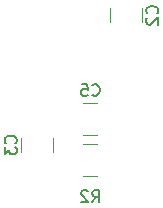
<source format=gbo>
%TF.GenerationSoftware,KiCad,Pcbnew,(5.1.6)-1*%
%TF.CreationDate,2021-04-18T17:59:39-07:00*%
%TF.ProjectId,pwr_supply,7077725f-7375-4707-906c-792e6b696361,rev?*%
%TF.SameCoordinates,Original*%
%TF.FileFunction,Legend,Bot*%
%TF.FilePolarity,Positive*%
%FSLAX46Y46*%
G04 Gerber Fmt 4.6, Leading zero omitted, Abs format (unit mm)*
G04 Created by KiCad (PCBNEW (5.1.6)-1) date 2021-04-18 17:59:39*
%MOMM*%
%LPD*%
G01*
G04 APERTURE LIST*
%ADD10C,0.120000*%
%ADD11C,0.150000*%
G04 APERTURE END LIST*
D10*
%TO.C,C2*%
X85340000Y54767936D02*
X85340000Y55972064D01*
X88060000Y54767936D02*
X88060000Y55972064D01*
%TO.C,C3*%
X80560000Y43780436D02*
X80560000Y44984564D01*
X77840000Y43780436D02*
X77840000Y44984564D01*
%TO.C,C5*%
X84289564Y45260000D02*
X83085436Y45260000D01*
X84289564Y47980000D02*
X83085436Y47980000D01*
%TO.C,R2*%
X84302064Y41760000D02*
X83097936Y41760000D01*
X84302064Y44480000D02*
X83097936Y44480000D01*
%TO.C,C2*%
D11*
X89337142Y55536666D02*
X89384761Y55584285D01*
X89432380Y55727142D01*
X89432380Y55822380D01*
X89384761Y55965238D01*
X89289523Y56060476D01*
X89194285Y56108095D01*
X89003809Y56155714D01*
X88860952Y56155714D01*
X88670476Y56108095D01*
X88575238Y56060476D01*
X88480000Y55965238D01*
X88432380Y55822380D01*
X88432380Y55727142D01*
X88480000Y55584285D01*
X88527619Y55536666D01*
X88527619Y55155714D02*
X88480000Y55108095D01*
X88432380Y55012857D01*
X88432380Y54774761D01*
X88480000Y54679523D01*
X88527619Y54631904D01*
X88622857Y54584285D01*
X88718095Y54584285D01*
X88860952Y54631904D01*
X89432380Y55203333D01*
X89432380Y54584285D01*
%TO.C,C3*%
X77357142Y44549166D02*
X77404761Y44596785D01*
X77452380Y44739642D01*
X77452380Y44834880D01*
X77404761Y44977738D01*
X77309523Y45072976D01*
X77214285Y45120595D01*
X77023809Y45168214D01*
X76880952Y45168214D01*
X76690476Y45120595D01*
X76595238Y45072976D01*
X76500000Y44977738D01*
X76452380Y44834880D01*
X76452380Y44739642D01*
X76500000Y44596785D01*
X76547619Y44549166D01*
X76452380Y44215833D02*
X76452380Y43596785D01*
X76833333Y43930119D01*
X76833333Y43787261D01*
X76880952Y43692023D01*
X76928571Y43644404D01*
X77023809Y43596785D01*
X77261904Y43596785D01*
X77357142Y43644404D01*
X77404761Y43692023D01*
X77452380Y43787261D01*
X77452380Y44072976D01*
X77404761Y44168214D01*
X77357142Y44215833D01*
%TO.C,C5*%
X83854166Y48642857D02*
X83901785Y48595238D01*
X84044642Y48547619D01*
X84139880Y48547619D01*
X84282738Y48595238D01*
X84377976Y48690476D01*
X84425595Y48785714D01*
X84473214Y48976190D01*
X84473214Y49119047D01*
X84425595Y49309523D01*
X84377976Y49404761D01*
X84282738Y49500000D01*
X84139880Y49547619D01*
X84044642Y49547619D01*
X83901785Y49500000D01*
X83854166Y49452380D01*
X82949404Y49547619D02*
X83425595Y49547619D01*
X83473214Y49071428D01*
X83425595Y49119047D01*
X83330357Y49166666D01*
X83092261Y49166666D01*
X82997023Y49119047D01*
X82949404Y49071428D01*
X82901785Y48976190D01*
X82901785Y48738095D01*
X82949404Y48642857D01*
X82997023Y48595238D01*
X83092261Y48547619D01*
X83330357Y48547619D01*
X83425595Y48595238D01*
X83473214Y48642857D01*
%TO.C,R2*%
X83866666Y39547619D02*
X84200000Y40023809D01*
X84438095Y39547619D02*
X84438095Y40547619D01*
X84057142Y40547619D01*
X83961904Y40500000D01*
X83914285Y40452380D01*
X83866666Y40357142D01*
X83866666Y40214285D01*
X83914285Y40119047D01*
X83961904Y40071428D01*
X84057142Y40023809D01*
X84438095Y40023809D01*
X83485714Y40452380D02*
X83438095Y40500000D01*
X83342857Y40547619D01*
X83104761Y40547619D01*
X83009523Y40500000D01*
X82961904Y40452380D01*
X82914285Y40357142D01*
X82914285Y40261904D01*
X82961904Y40119047D01*
X83533333Y39547619D01*
X82914285Y39547619D01*
%TD*%
M02*

</source>
